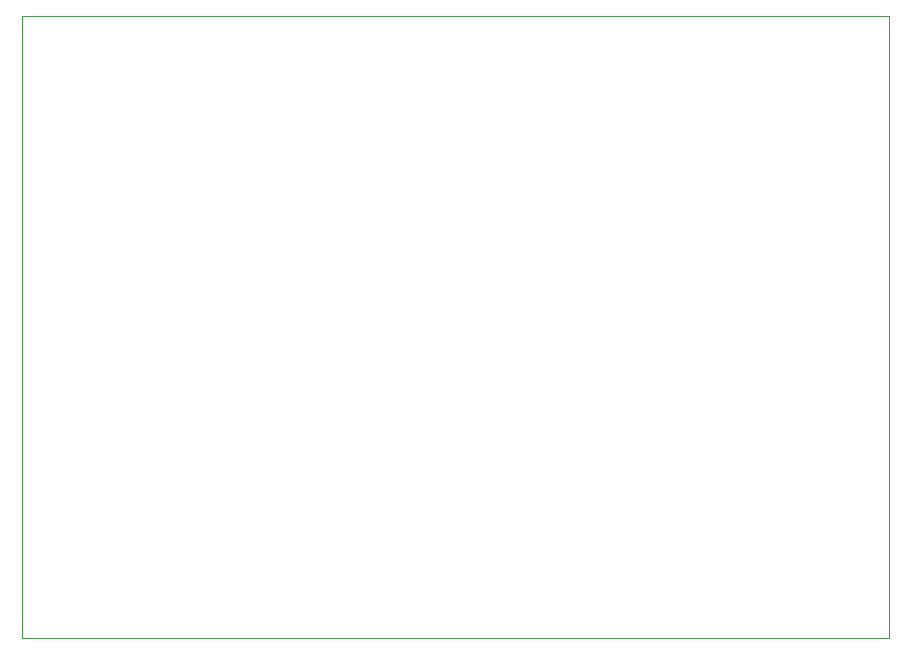
<source format=gbr>
%TF.GenerationSoftware,KiCad,Pcbnew,(6.0.10-0)*%
%TF.CreationDate,2023-02-17T12:21:21-08:00*%
%TF.ProjectId,Exercise 2,45786572-6369-4736-9520-322e6b696361,rev?*%
%TF.SameCoordinates,Original*%
%TF.FileFunction,Profile,NP*%
%FSLAX46Y46*%
G04 Gerber Fmt 4.6, Leading zero omitted, Abs format (unit mm)*
G04 Created by KiCad (PCBNEW (6.0.10-0)) date 2023-02-17 12:21:21*
%MOMM*%
%LPD*%
G01*
G04 APERTURE LIST*
%TA.AperFunction,Profile*%
%ADD10C,0.100000*%
%TD*%
G04 APERTURE END LIST*
D10*
X175675000Y-63525000D02*
X102300000Y-63525000D01*
X102300000Y-63525000D02*
X102300000Y-116200000D01*
X102300000Y-116200000D02*
X175675000Y-116200000D01*
X175675000Y-116200000D02*
X175675000Y-63525000D01*
M02*

</source>
